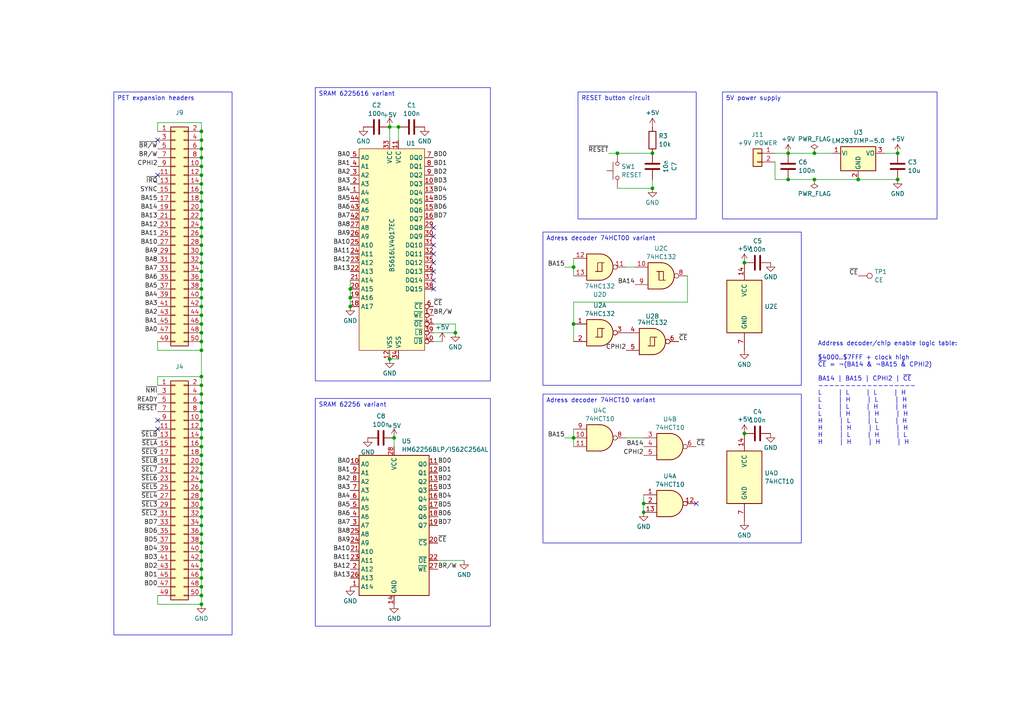
<source format=kicad_sch>
(kicad_sch (version 20230121) (generator eeschema)
  (paper "A4")
  (title_block (title "CBM PET SRAM Expansion") (date "2024-03-06") (rev "3") (company "CCC Basel"))
  (lib_symbols
    (symbol "74xx:74LS10" (pin_names (offset 1.016))
      (property "Reference" "U" (at 0 1.27 0))
      (property "Value" "74LS10" (at 0 -1.27 0))
      (symbol "74LS10_1_1"
        (pin input line (at -7.62 2.54 0) (length 3.81) (name "~") (number "1"))
        (pin output inverted (at 7.62 0 180) (length 3.81) (name "~") (number "12"))
        (pin input line (at -7.62 -2.54 0) (length 3.81) (name "~") (number "13"))
        (pin input line (at -7.62 0 0) (length 3.81) (name "~") (number "2"))
      )
      (symbol "74LS10_1_2"
        (pin input inverted (at -7.62 2.54 0) (length 4.318) (name "~") (number "1"))
        (pin output line (at 7.62 0 180) (length 3.81) (name "~") (number "12"))
        (pin input inverted (at -7.62 -2.54 0) (length 4.318) (name "~") (number "13"))
        (pin input inverted (at -7.62 0 0) (length 4.953) (name "~") (number "2"))
      )
      (symbol "74LS10_2_1"
        (pin input line (at -7.62 2.54 0) (length 3.81) (name "~") (number "3"))
        (pin input line (at -7.62 0 0) (length 3.81) (name "~") (number "4"))
        (pin input line (at -7.62 -2.54 0) (length 3.81) (name "~") (number "5"))
        (pin output inverted (at 7.62 0 180) (length 3.81) (name "~") (number "6"))
      )
      (symbol "74LS10_2_2"
        (pin input inverted (at -7.62 2.54 0) (length 4.318) (name "~") (number "3"))
        (pin input inverted (at -7.62 0 0) (length 4.953) (name "~") (number "4"))
        (pin input inverted (at -7.62 -2.54 0) (length 4.318) (name "~") (number "5"))
        (pin output line (at 7.62 0 180) (length 3.81) (name "~") (number "6"))
      )
      (symbol "74LS10_3_1"
        (pin input line (at -7.62 0 0) (length 3.81) (name "~") (number "10"))
        (pin input line (at -7.62 -2.54 0) (length 3.81) (name "~") (number "11"))
        (pin output inverted (at 7.62 0 180) (length 3.81) (name "~") (number "8"))
        (pin input line (at -7.62 2.54 0) (length 3.81) (name "~") (number "9"))
      )
      (symbol "74LS10_3_2"
        (pin input inverted (at -7.62 0 0) (length 4.953) (name "~") (number "10"))
        (pin input inverted (at -7.62 -2.54 0) (length 4.318) (name "~") (number "11"))
        (pin output line (at 7.62 0 180) (length 3.81) (name "~") (number "8"))
        (pin input inverted (at -7.62 2.54 0) (length 4.318) (name "~") (number "9"))
      )
      (symbol "74LS10_4_0"
        (pin power_in line (at 0 12.7 270) (length 5.08) (name "VCC") (number "14"))
        (pin power_in line (at 0 -12.7 90) (length 5.08) (name "GND") (number "7"))
      )
    )
    (symbol "74xx:74LS132" (pin_names (offset 1.016))
      (property "Reference" "U" (at 0 1.27 0))
      (property "Value" "74LS132" (at 0 -1.27 0))
      (symbol "74LS132_1_1"
        (pin input line (at -7.62 2.54 0) (length 3.81) (name "~") (number "1"))
        (pin input line (at -7.62 -2.54 0) (length 3.81) (name "~") (number "2"))
        (pin output inverted (at 7.62 0 180) (length 3.81) (name "~") (number "3"))
      )
      (symbol "74LS132_1_2"
        (pin input inverted (at -7.62 2.54 0) (length 4.318) (name "~") (number "1"))
        (pin input inverted (at -7.62 -2.54 0) (length 4.318) (name "~") (number "2"))
        (pin output line (at 7.62 0 180) (length 3.81) (name "~") (number "3"))
      )
      (symbol "74LS132_2_1"
        (pin input line (at -7.62 2.54 0) (length 3.81) (name "~") (number "4"))
        (pin input line (at -7.62 -2.54 0) (length 3.81) (name "~") (number "5"))
        (pin output inverted (at 7.62 0 180) (length 3.81) (name "~") (number "6"))
      )
      (symbol "74LS132_2_2"
        (pin input inverted (at -7.62 2.54 0) (length 4.318) (name "~") (number "4"))
        (pin input inverted (at -7.62 -2.54 0) (length 4.318) (name "~") (number "5"))
        (pin output line (at 7.62 0 180) (length 3.81) (name "~") (number "6"))
      )
      (symbol "74LS132_3_1"
        (pin input line (at -7.62 -2.54 0) (length 3.81) (name "~") (number "10"))
        (pin output inverted (at 7.62 0 180) (length 3.81) (name "~") (number "8"))
        (pin input line (at -7.62 2.54 0) (length 3.81) (name "~") (number "9"))
      )
      (symbol "74LS132_3_2"
        (pin input inverted (at -7.62 -2.54 0) (length 4.318) (name "~") (number "10"))
        (pin output line (at 7.62 0 180) (length 3.81) (name "~") (number "8"))
        (pin input inverted (at -7.62 2.54 0) (length 4.318) (name "~") (number "9"))
      )
      (symbol "74LS132_4_1"
        (pin output inverted (at 7.62 0 180) (length 3.81) (name "~") (number "11"))
        (pin input line (at -7.62 2.54 0) (length 3.81) (name "~") (number "12"))
        (pin input line (at -7.62 -2.54 0) (length 3.81) (name "~") (number "13"))
      )
      (symbol "74LS132_4_2"
        (pin output line (at 7.62 0 180) (length 3.81) (name "~") (number "11"))
        (pin input inverted (at -7.62 2.54 0) (length 4.318) (name "~") (number "12"))
        (pin input inverted (at -7.62 -2.54 0) (length 4.318) (name "~") (number "13"))
      )
      (symbol "74LS132_5_0"
        (pin power_in line (at 0 12.7 270) (length 5.08) (name "VCC") (number "14"))
        (pin power_in line (at 0 -12.7 90) (length 5.08) (name "GND") (number "7"))
      )
    )
    (symbol "Connector:TestPoint" (pin_numbers hide) (pin_names (offset 0.762) hide)
      (property "Reference" "TP" (at 0 6.858 0))
      (property "Value" "TestPoint" (at 0 5.08 0))
      (symbol "TestPoint_1_1"
        (pin passive line (at 0 0 90) (length 2.54) (name "1") (number "1"))
      )
    )
    (symbol "Connector_Generic:Conn_01x02" (pin_names (offset 1.016) hide)
      (property "Reference" "J" (at 0 2.54 0))
      (property "Value" "Conn_01x02" (at 0 -5.08 0))
      (symbol "Conn_01x02_1_1"
        (pin passive line (at -5.08 0 0) (length 3.81) (name "Pin_1") (number "1"))
        (pin passive line (at -5.08 -2.54 0) (length 3.81) (name "Pin_2") (number "2"))
      )
    )
    (symbol "Connector_Generic:Conn_02x25_Odd_Even" (pin_names (offset 1.016) hide)
      (property "Reference" "J" (at 1.27 33.02 0))
      (property "Value" "Conn_02x25_Odd_Even" (at 1.27 -33.02 0))
      (symbol "Conn_02x25_Odd_Even_1_1"
        (pin passive line (at -5.08 30.48 0) (length 3.81) (name "Pin_1") (number "1"))
        (pin passive line (at 7.62 20.32 180) (length 3.81) (name "Pin_10") (number "10"))
        (pin passive line (at -5.08 17.78 0) (length 3.81) (name "Pin_11") (number "11"))
        (pin passive line (at 7.62 17.78 180) (length 3.81) (name "Pin_12") (number "12"))
        (pin passive line (at -5.08 15.24 0) (length 3.81) (name "Pin_13") (number "13"))
        (pin passive line (at 7.62 15.24 180) (length 3.81) (name "Pin_14") (number "14"))
        (pin passive line (at -5.08 12.7 0) (length 3.81) (name "Pin_15") (number "15"))
        (pin passive line (at 7.62 12.7 180) (length 3.81) (name "Pin_16") (number "16"))
        (pin passive line (at -5.08 10.16 0) (length 3.81) (name "Pin_17") (number "17"))
        (pin passive line (at 7.62 10.16 180) (length 3.81) (name "Pin_18") (number "18"))
        (pin passive line (at -5.08 7.62 0) (length 3.81) (name "Pin_19") (number "19"))
        (pin passive line (at 7.62 30.48 180) (length 3.81) (name "Pin_2") (number "2"))
        (pin passive line (at 7.62 7.62 180) (length 3.81) (name "Pin_20") (number "20"))
        (pin passive line (at -5.08 5.08 0) (length 3.81) (name "Pin_21") (number "21"))
        (pin passive line (at 7.62 5.08 180) (length 3.81) (name "Pin_22") (number "22"))
        (pin passive line (at -5.08 2.54 0) (length 3.81) (name "Pin_23") (number "23"))
        (pin passive line (at 7.62 2.54 180) (length 3.81) (name "Pin_24") (number "24"))
        (pin passive line (at -5.08 0 0) (length 3.81) (name "Pin_25") (number "25"))
        (pin passive line (at 7.62 0 180) (length 3.81) (name "Pin_26") (number "26"))
        (pin passive line (at -5.08 -2.54 0) (length 3.81) (name "Pin_27") (number "27"))
        (pin passive line (at 7.62 -2.54 180) (length 3.81) (name "Pin_28") (number "28"))
        (pin passive line (at -5.08 -5.08 0) (length 3.81) (name "Pin_29") (number "29"))
        (pin passive line (at -5.08 27.94 0) (length 3.81) (name "Pin_3") (number "3"))
        (pin passive line (at 7.62 -5.08 180) (length 3.81) (name "Pin_30") (number "30"))
        (pin passive line (at -5.08 -7.62 0) (length 3.81) (name "Pin_31") (number "31"))
        (pin passive line (at 7.62 -7.62 180) (length 3.81) (name "Pin_32") (number "32"))
        (pin passive line (at -5.08 -10.16 0) (length 3.81) (name "Pin_33") (number "33"))
        (pin passive line (at 7.62 -10.16 180) (length 3.81) (name "Pin_34") (number "34"))
        (pin passive line (at -5.08 -12.7 0) (length 3.81) (name "Pin_35") (number "35"))
        (pin passive line (at 7.62 -12.7 180) (length 3.81) (name "Pin_36") (number "36"))
        (pin passive line (at -5.08 -15.24 0) (length 3.81) (name "Pin_37") (number "37"))
        (pin passive line (at 7.62 -15.24 180) (length 3.81) (name "Pin_38") (number "38"))
        (pin passive line (at -5.08 -17.78 0) (length 3.81) (name "Pin_39") (number "39"))
        (pin passive line (at 7.62 27.94 180) (length 3.81) (name "Pin_4") (number "4"))
        (pin passive line (at 7.62 -17.78 180) (length 3.81) (name "Pin_40") (number "40"))
        (pin passive line (at -5.08 -20.32 0) (length 3.81) (name "Pin_41") (number "41"))
        (pin passive line (at 7.62 -20.32 180) (length 3.81) (name "Pin_42") (number "42"))
        (pin passive line (at -5.08 -22.86 0) (length 3.81) (name "Pin_43") (number "43"))
        (pin passive line (at 7.62 -22.86 180) (length 3.81) (name "Pin_44") (number "44"))
        (pin passive line (at -5.08 -25.4 0) (length 3.81) (name "Pin_45") (number "45"))
        (pin passive line (at 7.62 -25.4 180) (length 3.81) (name "Pin_46") (number "46"))
        (pin passive line (at -5.08 -27.94 0) (length 3.81) (name "Pin_47") (number "47"))
        (pin passive line (at 7.62 -27.94 180) (length 3.81) (name "Pin_48") (number "48"))
        (pin passive line (at -5.08 -30.48 0) (length 3.81) (name "Pin_49") (number "49"))
        (pin passive line (at -5.08 25.4 0) (length 3.81) (name "Pin_5") (number "5"))
        (pin passive line (at 7.62 -30.48 180) (length 3.81) (name "Pin_50") (number "50"))
        (pin passive line (at 7.62 25.4 180) (length 3.81) (name "Pin_6") (number "6"))
        (pin passive line (at -5.08 22.86 0) (length 3.81) (name "Pin_7") (number "7"))
        (pin passive line (at 7.62 22.86 180) (length 3.81) (name "Pin_8") (number "8"))
        (pin passive line (at -5.08 20.32 0) (length 3.81) (name "Pin_9") (number "9"))
      )
    )
    (symbol "Device:C" (pin_numbers hide) (pin_names (offset 0.254))
      (property "Reference" "C" (at 0.635 2.54 0))
      (property "Value" "C" (at 0.635 -2.54 0))
      (symbol "C_1_1"
        (pin passive line (at 0 3.81 270) (length 2.794) (name "~") (number "1"))
        (pin passive line (at 0 -3.81 90) (length 2.794) (name "~") (number "2"))
      )
    )
    (symbol "Device:R" (pin_numbers hide) (pin_names (offset 0))
      (property "Reference" "R" (at 2.032 0 90))
      (property "Value" "R" (at 0 0 90))
      (symbol "R_1_1"
        (pin passive line (at 0 3.81 270) (length 1.27) (name "~") (number "1"))
        (pin passive line (at 0 -3.81 90) (length 1.27) (name "~") (number "2"))
      )
    )
    (symbol "Memory_RAM:HM62256BLP"
      (property "Reference" "U" (at -10.16 20.955 0))
      (property "Value" "HM62256BLP" (at 2.54 20.955 0))
      (symbol "HM62256BLP_0_0"
        (pin power_in line (at 0 -22.86 90) (length 2.54) (name "GND") (number "14"))
        (pin power_in line (at 0 22.86 270) (length 2.54) (name "VCC") (number "28"))
      )
      (symbol "HM62256BLP_1_1"
        (pin input line (at -12.7 -17.78 0) (length 2.54) (name "A14") (number "1"))
        (pin input line (at -12.7 17.78 0) (length 2.54) (name "A0") (number "10"))
        (pin tri_state line (at 12.7 17.78 180) (length 2.54) (name "Q0") (number "11"))
        (pin tri_state line (at 12.7 15.24 180) (length 2.54) (name "Q1") (number "12"))
        (pin tri_state line (at 12.7 12.7 180) (length 2.54) (name "Q2") (number "13"))
        (pin tri_state line (at 12.7 10.16 180) (length 2.54) (name "Q3") (number "15"))
        (pin tri_state line (at 12.7 7.62 180) (length 2.54) (name "Q4") (number "16"))
        (pin tri_state line (at 12.7 5.08 180) (length 2.54) (name "Q5") (number "17"))
        (pin tri_state line (at 12.7 2.54 180) (length 2.54) (name "Q6") (number "18"))
        (pin tri_state line (at 12.7 0 180) (length 2.54) (name "Q7") (number "19"))
        (pin input line (at -12.7 -12.7 0) (length 2.54) (name "A12") (number "2"))
        (pin input line (at 12.7 -5.08 180) (length 2.54) (name "~{CS}") (number "20"))
        (pin input line (at -12.7 -7.62 0) (length 2.54) (name "A10") (number "21"))
        (pin input line (at 12.7 -10.16 180) (length 2.54) (name "~{OE}") (number "22"))
        (pin input line (at -12.7 -10.16 0) (length 2.54) (name "A11") (number "23"))
        (pin input line (at -12.7 -5.08 0) (length 2.54) (name "A9") (number "24"))
        (pin input line (at -12.7 -2.54 0) (length 2.54) (name "A8") (number "25"))
        (pin input line (at -12.7 -15.24 0) (length 2.54) (name "A13") (number "26"))
        (pin input line (at 12.7 -12.7 180) (length 2.54) (name "~{WE}") (number "27"))
        (pin input line (at -12.7 0 0) (length 2.54) (name "A7") (number "3"))
        (pin input line (at -12.7 2.54 0) (length 2.54) (name "A6") (number "4"))
        (pin input line (at -12.7 5.08 0) (length 2.54) (name "A5") (number "5"))
        (pin input line (at -12.7 7.62 0) (length 2.54) (name "A4") (number "6"))
        (pin input line (at -12.7 10.16 0) (length 2.54) (name "A3") (number "7"))
        (pin input line (at -12.7 12.7 0) (length 2.54) (name "A2") (number "8"))
        (pin input line (at -12.7 15.24 0) (length 2.54) (name "A1") (number "9"))
      )
    )
    (symbol "Regulator_Linear:LM2937xMP" (pin_names (offset 0.254))
      (property "Reference" "U" (at -3.81 3.175 0))
      (property "Value" "LM2937xMP" (at 0 3.175 0))
      (symbol "LM2937xMP_1_1"
        (pin power_in line (at -7.62 0 0) (length 2.54) (name "VI") (number "1"))
        (pin power_in line (at 0 -7.62 90) (length 2.54) (name "GND") (number "2"))
        (pin power_out line (at 7.62 0 180) (length 2.54) (name "VO") (number "3"))
      )
    )
    (symbol "Switch:SW_Push" (pin_numbers hide) (pin_names (offset 1.016) hide)
      (property "Reference" "SW" (at 1.27 2.54 0))
      (property "Value" "SW_Push" (at 0 -1.524 0))
      (symbol "SW_Push_0_1"
        (pin passive line (at -5.08 0 0) (length 2.54) (name "1") (number "1"))
        (pin passive line (at 5.08 0 180) (length 2.54) (name "2") (number "2"))
      )
    )
    (symbol "oni:BS616LV4017EC"
      (property "Reference" "U" (at 5.08 -30.48 0))
      (property "Value" "BS616LV4017EC" (at 0 0 90))
      (symbol "BS616LV4017EC_1_1"
        (pin input line (at -12.7 16.51 0) (length 2.54) (name "A4") (number "1"))
        (pin tri_state line (at 11.43 19.05 180) (length 2.54) (name "DQ3") (number "10"))
        (pin power_in line (at 1.27 31.75 270) (length 2.54) (name "VCC") (number "11"))
        (pin power_in line (at -1.27 -31.75 90) (length 2.54) (name "VSS") (number "12"))
        (pin tri_state line (at 11.43 16.51 180) (length 2.54) (name "DQ4") (number "13"))
        (pin tri_state line (at 11.43 13.97 180) (length 2.54) (name "DQ5") (number "14"))
        (pin tri_state line (at 11.43 11.43 180) (length 2.54) (name "DQ6") (number "15"))
        (pin tri_state line (at 11.43 8.89 180) (length 2.54) (name "DQ7") (number "16"))
        (pin input inverted (at 11.43 -19.05 180) (length 2.54) (name "~{WE}") (number "17"))
        (pin input line (at -12.7 -16.51 0) (length 2.54) (name "A17") (number "18"))
        (pin input line (at -12.7 -13.97 0) (length 2.54) (name "A16") (number "19"))
        (pin input line (at -12.7 19.05 0) (length 2.54) (name "A3") (number "2"))
        (pin input line (at -12.7 -11.43 0) (length 2.54) (name "A15") (number "20"))
        (pin input line (at -12.7 -8.89 0) (length 2.54) (name "A14") (number "21"))
        (pin input line (at -12.7 -6.35 0) (length 2.54) (name "A13") (number "22"))
        (pin input line (at -12.7 -3.81 0) (length 2.54) (name "A12") (number "23"))
        (pin input line (at -12.7 -1.27 0) (length 2.54) (name "A11") (number "24"))
        (pin input line (at -12.7 1.27 0) (length 2.54) (name "A10") (number "25"))
        (pin input line (at -12.7 3.81 0) (length 2.54) (name "A9") (number "26"))
        (pin input line (at -12.7 6.35 0) (length 2.54) (name "A8") (number "27"))
        (pin no_connect line (at -12.7 -26.67 0) (length 2.54) hide (name "NC") (number "28"))
        (pin tri_state line (at 11.43 6.35 180) (length 2.54) (name "DQ8") (number "29"))
        (pin input line (at -12.7 21.59 0) (length 2.54) (name "A2") (number "3"))
        (pin tri_state line (at 11.43 3.81 180) (length 2.54) (name "DQ9") (number "30"))
        (pin tri_state line (at 11.43 1.27 180) (length 2.54) (name "DQ10") (number "31"))
        (pin tri_state line (at 11.43 -1.27 180) (length 2.54) (name "DQ11") (number "32"))
        (pin power_in line (at -1.27 31.75 270) (length 2.54) (name "VCC") (number "33"))
        (pin power_in line (at 1.27 -31.75 90) (length 2.54) (name "VSS") (number "34"))
        (pin tri_state line (at 11.43 -3.81 180) (length 2.54) (name "DQ12") (number "35"))
        (pin tri_state line (at 11.43 -6.35 180) (length 2.54) (name "DQ13") (number "36"))
        (pin tri_state line (at 11.43 -8.89 180) (length 2.54) (name "DQ14") (number "37"))
        (pin tri_state line (at 11.43 -11.43 180) (length 2.54) (name "DQ15") (number "38"))
        (pin input inverted (at 11.43 -24.13 180) (length 2.54) (name "~{LB}") (number "39"))
        (pin input line (at -12.7 24.13 0) (length 2.54) (name "A1") (number "4"))
        (pin input inverted (at 11.43 -26.67 180) (length 2.54) (name "~{UB}") (number "40"))
        (pin input inverted (at 11.43 -21.59 180) (length 2.54) (name "~{OE}") (number "41"))
        (pin input line (at -12.7 8.89 0) (length 2.54) (name "A7") (number "42"))
        (pin input line (at -12.7 11.43 0) (length 2.54) (name "A6") (number "43"))
        (pin input line (at -12.7 13.97 0) (length 2.54) (name "A5") (number "44"))
        (pin input line (at -12.7 26.67 0) (length 2.54) (name "A0") (number "5"))
        (pin input inverted (at 11.43 -16.51 180) (length 2.54) (name "~{CE}") (number "6"))
        (pin tri_state line (at 11.43 26.67 180) (length 2.54) (name "DQ0") (number "7"))
        (pin tri_state line (at 11.43 24.13 180) (length 2.54) (name "DQ1") (number "8"))
        (pin tri_state line (at 11.43 21.59 180) (length 2.54) (name "DQ2") (number "9"))
      )
    )
    (symbol "power:+5V" (power) (pin_names (offset 0))
      (property "Value" "+5V" (at 0 3.556 0))
      (symbol "+5V_1_1"
        (pin power_in line (at 0 0 90) (length 0) hide (name "+5V") (number "1"))
      )
    )
    (symbol "power:+9V" (power) (pin_names (offset 0))
      (property "Value" "+9V" (at 0 3.556 0))
      (symbol "+9V_1_1"
        (pin power_in line (at 0 0 90) (length 0) hide (name "+9V") (number "1"))
      )
    )
    (symbol "power:GND" (power) (pin_names (offset 0))
      (property "Value" "GND" (at 0 -3.81 0))
      (symbol "GND_1_1"
        (pin power_in line (at 0 0 270) (length 0) hide (name "GND") (number "1"))
      )
    )
    (symbol "power:PWR_FLAG" (power) (pin_numbers hide) (pin_names (offset 0) hide)
      (property "Value" "PWR_FLAG" (at 0 3.81 0))
      (symbol "PWR_FLAG_0_0"
        (pin power_out line (at 0 0 90) (length 0) (name "pwr") (number "1"))
      )
    )
  )
  (junction (at 58.42 175.26))
  (junction (at 58.42 63.5))
  (junction (at 58.42 81.28))
  (junction (at 236.22 52.07))
  (junction (at 58.42 88.9))
  (junction (at 58.42 134.62))
  (junction (at 58.42 66.04))
  (junction (at 58.42 157.48))
  (junction (at 58.42 53.34))
  (junction (at 189.23 44.45))
  (junction (at 58.42 40.64))
  (junction (at 58.42 91.44))
  (junction (at 58.42 60.96))
  (junction (at 260.35 52.07))
  (junction (at 186.69 146.05))
  (junction (at 58.42 170.18))
  (junction (at 113.03 104.14))
  (junction (at 58.42 132.08))
  (junction (at 166.37 127))
  (junction (at 101.6 83.82))
  (junction (at 58.42 43.18))
  (junction (at 58.42 96.52))
  (junction (at 101.6 88.9))
  (junction (at 114.3 127))
  (junction (at 166.37 93.98))
  (junction (at 58.42 55.88))
  (junction (at 179.07 44.45))
  (junction (at 58.42 114.3))
  (junction (at 58.42 149.86))
  (junction (at 58.42 71.12))
  (junction (at 58.42 83.82))
  (junction (at 248.92 52.07))
  (junction (at 58.42 121.92))
  (junction (at 132.08 96.52))
  (junction (at 228.6 52.07))
  (junction (at 58.42 101.6))
  (junction (at 58.42 111.76))
  (junction (at 58.42 48.26))
  (junction (at 113.03 36.83))
  (junction (at 58.42 142.24))
  (junction (at 58.42 93.98))
  (junction (at 58.42 68.58))
  (junction (at 260.35 44.45))
  (junction (at 58.42 38.1))
  (junction (at 186.69 148.59))
  (junction (at 115.57 36.83))
  (junction (at 58.42 147.32))
  (junction (at 58.42 167.64))
  (junction (at 166.37 77.47))
  (junction (at 58.42 109.22))
  (junction (at 58.42 172.72))
  (junction (at 58.42 137.16))
  (junction (at 228.6 44.45))
  (junction (at 236.22 44.45))
  (junction (at 58.42 78.74))
  (junction (at 58.42 50.8))
  (junction (at 58.42 144.78))
  (junction (at 58.42 58.42))
  (junction (at 215.9 76.2))
  (junction (at 58.42 129.54))
  (junction (at 58.42 154.94))
  (junction (at 215.9 125.73))
  (junction (at 58.42 124.46))
  (junction (at 58.42 86.36))
  (junction (at 58.42 76.2))
  (junction (at 58.42 99.06))
  (junction (at 189.23 54.61))
  (junction (at 58.42 45.72))
  (junction (at 58.42 152.4))
  (junction (at 58.42 165.1))
  (junction (at 101.6 86.36))
  (junction (at 58.42 73.66))
  (junction (at 58.42 160.02))
  (junction (at 58.42 162.56))
  (junction (at 58.42 119.38))
  (junction (at 58.42 116.84))
  (junction (at 58.42 127))
  (junction (at 58.42 139.7))
  (no_connect (at 125.73 81.28))
  (no_connect (at 125.73 76.2))
  (no_connect (at 125.73 71.12))
  (no_connect (at 45.72 121.92))
  (no_connect (at 45.72 40.64))
  (no_connect (at 125.73 83.82))
  (no_connect (at 45.72 124.46))
  (no_connect (at 45.72 50.8))
  (no_connect (at 125.73 68.58))
  (no_connect (at 125.73 66.04))
  (no_connect (at 201.93 146.05))
  (no_connect (at 125.73 73.66))
  (no_connect (at 125.73 78.74))
  (wire (pts (xy 58.42 93.98) (xy 58.42 96.52)))
  (wire (pts (xy 125.73 96.52) (xy 132.08 96.52)))
  (wire (pts (xy 58.42 101.6) (xy 45.72 101.6)))
  (wire (pts (xy 199.39 87.63) (xy 199.39 80.01)))
  (wire (pts (xy 166.37 87.63) (xy 199.39 87.63)))
  (wire (pts (xy 114.3 127) (xy 114.3 129.54)))
  (wire (pts (xy 58.42 162.56) (xy 58.42 165.1)))
  (wire (pts (xy 181.61 127) (xy 186.69 127)))
  (wire (pts (xy 58.42 144.78) (xy 58.42 147.32)))
  (wire (pts (xy 58.42 175.26) (xy 45.72 175.26)))
  (wire (pts (xy 58.42 124.46) (xy 58.42 127)))
  (wire (pts (xy 58.42 86.36) (xy 58.42 88.9)))
  (wire (pts (xy 58.42 109.22) (xy 45.72 109.22)))
  (wire (pts (xy 58.42 129.54) (xy 58.42 132.08)))
  (wire (pts (xy 58.42 137.16) (xy 58.42 139.7)))
  (wire (pts (xy 228.6 52.07) (xy 236.22 52.07)))
  (wire (pts (xy 58.42 35.56) (xy 45.72 35.56)))
  (wire (pts (xy 58.42 172.72) (xy 58.42 175.26)))
  (wire (pts (xy 166.37 127) (xy 166.37 124.46)))
  (wire (pts (xy 101.6 86.36) (xy 101.6 88.9)))
  (wire (pts (xy 58.42 81.28) (xy 58.42 83.82)))
  (wire (pts (xy 58.42 71.12) (xy 58.42 73.66)))
  (wire (pts (xy 58.42 154.94) (xy 58.42 157.48)))
  (wire (pts (xy 163.83 77.47) (xy 166.37 77.47)))
  (wire (pts (xy 186.69 146.05) (xy 186.69 148.59)))
  (wire (pts (xy 58.42 134.62) (xy 58.42 137.16)))
  (wire (pts (xy 132.08 93.98) (xy 132.08 96.52)))
  (wire (pts (xy 224.79 44.45) (xy 228.6 44.45)))
  (wire (pts (xy 58.42 73.66) (xy 58.42 76.2)))
  (wire (pts (xy 101.6 81.28) (xy 101.6 83.82)))
  (wire (pts (xy 58.42 78.74) (xy 58.42 81.28)))
  (wire (pts (xy 58.42 149.86) (xy 58.42 152.4)))
  (wire (pts (xy 58.42 83.82) (xy 58.42 86.36)))
  (wire (pts (xy 58.42 45.72) (xy 58.42 48.26)))
  (wire (pts (xy 58.42 142.24) (xy 58.42 144.78)))
  (wire (pts (xy 224.79 52.07) (xy 228.6 52.07)))
  (wire (pts (xy 179.07 44.45) (xy 189.23 44.45)))
  (wire (pts (xy 176.53 44.45) (xy 179.07 44.45)))
  (wire (pts (xy 163.83 127) (xy 166.37 127)))
  (wire (pts (xy 101.6 83.82) (xy 101.6 86.36)))
  (wire (pts (xy 58.42 147.32) (xy 58.42 149.86)))
  (wire (pts (xy 58.42 116.84) (xy 58.42 119.38)))
  (wire (pts (xy 45.72 35.56) (xy 45.72 38.1)))
  (wire (pts (xy 58.42 111.76) (xy 58.42 109.22)))
  (wire (pts (xy 181.61 77.47) (xy 184.15 77.47)))
  (wire (pts (xy 58.42 88.9) (xy 58.42 91.44)))
  (wire (pts (xy 45.72 101.6) (xy 45.72 99.06)))
  (wire (pts (xy 58.42 139.7) (xy 58.42 142.24)))
  (wire (pts (xy 166.37 77.47) (xy 166.37 80.01)))
  (wire (pts (xy 58.42 99.06) (xy 58.42 101.6)))
  (wire (pts (xy 127 162.56) (xy 134.62 162.56)))
  (wire (pts (xy 45.72 175.26) (xy 45.72 172.72)))
  (wire (pts (xy 228.6 44.45) (xy 236.22 44.45)))
  (wire (pts (xy 58.42 170.18) (xy 58.42 172.72)))
  (wire (pts (xy 113.03 36.83) (xy 113.03 40.64)))
  (wire (pts (xy 58.42 121.92) (xy 58.42 124.46)))
  (wire (pts (xy 125.73 99.06) (xy 128.27 99.06)))
  (wire (pts (xy 58.42 152.4) (xy 58.42 154.94)))
  (wire (pts (xy 125.73 93.98) (xy 132.08 93.98)))
  (wire (pts (xy 58.42 91.44) (xy 58.42 93.98)))
  (wire (pts (xy 58.42 38.1) (xy 58.42 40.64)))
  (wire (pts (xy 113.03 104.14) (xy 115.57 104.14)))
  (wire (pts (xy 186.69 143.51) (xy 186.69 146.05)))
  (wire (pts (xy 166.37 93.98) (xy 166.37 87.63)))
  (wire (pts (xy 256.54 44.45) (xy 260.35 44.45)))
  (wire (pts (xy 166.37 77.47) (xy 166.37 74.93)))
  (wire (pts (xy 58.42 96.52) (xy 58.42 99.06)))
  (wire (pts (xy 58.42 167.64) (xy 58.42 170.18)))
  (wire (pts (xy 236.22 52.07) (xy 248.92 52.07)))
  (wire (pts (xy 58.42 50.8) (xy 58.42 53.34)))
  (wire (pts (xy 189.23 52.07) (xy 189.23 54.61)))
  (wire (pts (xy 58.42 157.48) (xy 58.42 160.02)))
  (wire (pts (xy 58.42 58.42) (xy 58.42 60.96)))
  (wire (pts (xy 58.42 60.96) (xy 58.42 63.5)))
  (wire (pts (xy 113.03 36.83) (xy 115.57 36.83)))
  (wire (pts (xy 58.42 68.58) (xy 58.42 71.12)))
  (wire (pts (xy 58.42 63.5) (xy 58.42 66.04)))
  (wire (pts (xy 58.42 165.1) (xy 58.42 167.64)))
  (wire (pts (xy 179.07 54.61) (xy 189.23 54.61)))
  (wire (pts (xy 248.92 52.07) (xy 260.35 52.07)))
  (wire (pts (xy 58.42 111.76) (xy 58.42 114.3)))
  (wire (pts (xy 166.37 93.98) (xy 166.37 99.06)))
  (wire (pts (xy 115.57 36.83) (xy 115.57 40.64)))
  (wire (pts (xy 58.42 55.88) (xy 58.42 58.42)))
  (wire (pts (xy 58.42 101.6) (xy 58.42 109.22)))
  (wire (pts (xy 58.42 114.3) (xy 58.42 116.84)))
  (wire (pts (xy 58.42 132.08) (xy 58.42 134.62)))
  (wire (pts (xy 58.42 66.04) (xy 58.42 68.58)))
  (wire (pts (xy 58.42 119.38) (xy 58.42 121.92)))
  (wire (pts (xy 58.42 38.1) (xy 58.42 35.56)))
  (wire (pts (xy 58.42 53.34) (xy 58.42 55.88)))
  (wire (pts (xy 58.42 76.2) (xy 58.42 78.74)))
  (wire (pts (xy 58.42 160.02) (xy 58.42 162.56)))
  (wire (pts (xy 58.42 48.26) (xy 58.42 50.8)))
  (wire (pts (xy 45.72 109.22) (xy 45.72 111.76)))
  (wire (pts (xy 58.42 40.64) (xy 58.42 43.18)))
  (wire (pts (xy 236.22 44.45) (xy 241.3 44.45)))
  (wire (pts (xy 224.79 52.07) (xy 224.79 46.99)))
  (wire (pts (xy 58.42 43.18) (xy 58.42 45.72)))
  (wire (pts (xy 166.37 127) (xy 166.37 129.54)))
  (wire (pts (xy 58.42 127) (xy 58.42 129.54)))
  (text_box "RESET button circuit" (at 167.64 26.67 0) (size 34.29 36.83) (effects (font (size 1.27 1.27)) (justify left top)))
  (text_box "5V power supply" (at 209.55 26.67 0) (size 62.23 36.83) (effects (font (size 1.27 1.27)) (justify left top)))
  (text_box "Address decoder/chip enable logic table:\n\n$4000..$7FFF + clock high\n~{CE} = ¬(BA14 & ¬BA15 & CPHI2)\n\nBA14 | BA15 | CPHI2 | ~{CE}\n------------------\nL     | L     | L     | H\nL     | H     | L     | H\nL     | L     | H     | H\nL     | H     | H     | H\nH     | L     | L     | H\nH     | H     | L     | H\nH     | L     | H     | L\nH     | H     | H     | H" (at 236.22 97.79 0) (size 43.18 33.02) (stroke (width -0.0001)) (effects (font (size 1.27 1.27)) (justify left top)))
  (text_box "PET expansion headers" (at 33.02 26.67 0) (size 34.29 157.48) (effects (font (size 1.27 1.27)) (justify left top)))
  (text_box "Adress decoder 74HCT10 variant" (at 157.48 114.3 0) (size 74.93 43.18) (effects (font (size 1.27 1.27)) (justify left top)))
  (text_box "SRAM 62256 variant" (at 91.44 115.57 0) (size 50.8 66.04) (effects (font (size 1.27 1.27)) (justify left top)))
  (text_box "SRAM 6225616 variant" (at 91.44 25.4 0) (size 50.8 85.09) (effects (font (size 1.27 1.27)) (justify left top)))
  (text_box "Adress decoder 74HCT00 variant" (at 157.48 67.31 0) (size 74.93 44.45) (effects (font (size 1.27 1.27)) (justify left top)))
  (label "BA10" (at 101.6 71.12 180))
  (label "~{SEL4}" (at 45.72 144.78 180))
  (label "BA3" (at 101.6 53.34 180))
  (label "BA15" (at 163.83 127 180))
  (label "BA10" (at 45.72 71.12 180))
  (label "~{RESET}" (at 176.53 44.45 180))
  (label "BA3" (at 45.72 88.9 180))
  (label "BD7" (at 127 152.4 0))
  (label "BD5" (at 125.73 58.42 0))
  (label "~{RESET}" (at 45.72 119.38 180))
  (label "BA9" (at 45.72 73.66 180))
  (label "BA12" (at 101.6 76.2 180))
  (label "~{CE}" (at 127 157.48 0))
  (label "BA14" (at 186.69 129.54 180))
  (label "BD7" (at 45.72 152.4 180))
  (label "BA8" (at 45.72 76.2 180))
  (label "~{IRQ}" (at 45.72 53.34 180))
  (label "BA13" (at 101.6 78.74 180))
  (label "BA0" (at 45.72 96.52 180))
  (label "BD6" (at 125.73 60.96 0))
  (label "CPHI2" (at 186.69 132.08 180))
  (label "BA12" (at 45.72 66.04 180))
  (label "BD0" (at 45.72 170.18 180))
  (label "SYNC" (at 45.72 55.88 180))
  (label "BD3" (at 127 142.24 0))
  (label "BA13" (at 45.72 63.5 180))
  (label "BA2" (at 101.6 139.7 180))
  (label "BA9" (at 101.6 157.48 180))
  (label "BA15" (at 163.83 77.47 180))
  (label "BA11" (at 101.6 162.56 180))
  (label "BR{slash}W" (at 45.72 45.72 180))
  (label "BD1" (at 125.73 48.26 0))
  (label "BA11" (at 45.72 68.58 180))
  (label "BA3" (at 101.6 142.24 180))
  (label "BA15" (at 45.72 58.42 180))
  (label "BA5" (at 101.6 58.42 180))
  (label "BA6" (at 45.72 81.28 180))
  (label "BA12" (at 101.6 165.1 180))
  (label "BA8" (at 101.6 154.94 180))
  (label "~{SEL9}" (at 45.72 132.08 180))
  (label "BA4" (at 101.6 55.88 180))
  (label "~{CE}" (at 125.73 88.9 0))
  (label "~{SELB}" (at 45.72 127 180))
  (label "BD4" (at 127 144.78 0))
  (label "BD3" (at 125.73 53.34 0))
  (label "BA6" (at 101.6 60.96 180))
  (label "BD2" (at 127 139.7 0))
  (label "~{SEL3}" (at 45.72 147.32 180))
  (label "BA4" (at 45.72 86.36 180))
  (label "BD5" (at 127 147.32 0))
  (label "~{BR{slash}W}" (at 45.72 43.18 180))
  (label "~{SEL8}" (at 45.72 134.62 180))
  (label "BD6" (at 45.72 154.94 180))
  (label "BR{slash}W" (at 127 165.1 0))
  (label "BD2" (at 45.72 165.1 180))
  (label "BD1" (at 127 137.16 0))
  (label "CPHI2" (at 45.72 48.26 180))
  (label "~{CE}" (at 201.93 129.54 0))
  (label "BA10" (at 101.6 160.02 180))
  (label "BD4" (at 125.73 55.88 0))
  (label "BR{slash}W" (at 125.73 91.44 0))
  (label "~{NMI}" (at 45.72 114.3 180))
  (label "BD3" (at 45.72 162.56 180))
  (label "BA11" (at 101.6 73.66 180))
  (label "BA14" (at 45.72 60.96 180))
  (label "BA1" (at 101.6 137.16 180))
  (label "READY" (at 45.72 116.84 180))
  (label "~{SEL2}" (at 45.72 149.86 180))
  (label "~{CE}" (at 248.92 80.01 180))
  (label "BA7" (at 101.6 152.4 180))
  (label "BA9" (at 101.6 68.58 180))
  (label "BA2" (at 45.72 91.44 180))
  (label "CPHI2" (at 181.61 101.6 180))
  (label "BD7" (at 125.73 63.5 0))
  (label "BA7" (at 101.6 63.5 180))
  (label "BA5" (at 45.72 83.82 180))
  (label "BD5" (at 45.72 157.48 180))
  (label "BA0" (at 101.6 45.72 180))
  (label "BD4" (at 45.72 160.02 180))
  (label "BA4" (at 101.6 144.78 180))
  (label "BA6" (at 101.6 149.86 180))
  (label "BA14" (at 184.15 82.55 180))
  (label "BA0" (at 101.6 134.62 180))
  (label "~{SEL7}" (at 45.72 137.16 180))
  (label "BA1" (at 45.72 93.98 180))
  (label "BD0" (at 127 134.62 0))
  (label "BA5" (at 101.6 147.32 180))
  (label "BA13" (at 101.6 167.64 180))
  (label "~{SEL5}" (at 45.72 142.24 180))
  (label "~{SEL6}" (at 45.72 139.7 180))
  (label "BA1" (at 101.6 48.26 180))
  (label "BD1" (at 45.72 167.64 180))
  (label "BA2" (at 101.6 50.8 180))
  (label "BA7" (at 45.72 78.74 180))
  (label "BD0" (at 125.73 45.72 0))
  (label "BA8" (at 101.6 66.04 180))
  (label "~{SELA}" (at 45.72 129.54 180))
  (label "BD6" (at 127 149.86 0))
  (label "BD2" (at 125.73 50.8 0))
  (label "~{CE}" (at 196.85 99.06 0))
  (symbol (lib_id "74xx:74LS10") (at 215.9 138.43 0) (unit 4)
    (property "Reference" "U4" (at 221.742 137.2179 0) (effects (justify left)))
    (property "Value" "74HCT10" (at 221.742 139.6421 0) (effects (justify left)))
    (property "Footprint" "Package_SO:SOIC-14_3.9x8.7mm_P1.27mm" (effects hide))
    (property "Datasheet" "http://www.ti.com/lit/gpn/sn74LS10" (effects hide))
  )
  (symbol (lib_id "power:GND") (at 215.9 101.6 0) (unit 1)
    (property "Reference" "#PWR016" (effects hide))
    (property "Value" "GND" (at 215.9 105.7331 0))
  )
  (symbol (lib_id "power:GND") (at 189.23 54.61 0) (unit 1)
    (property "Reference" "#PWR021" (effects hide))
    (property "Value" "GND" (at 189.23 58.7431 0))
  )
  (symbol (lib_id "74xx:74LS132") (at 173.99 77.47 0) (unit 4)
    (property "Reference" "U2" (at 173.9817 85.4243 0))
    (property "Value" "74HC132" (at 173.9817 83.0001 0))
    (property "Footprint" "Package_SO:SOIC-14_3.9x8.7mm_P1.27mm" (effects hide))
    (property "Datasheet" "http://www.ti.com/lit/gpn/sn74LS132" (effects hide))
  )
  (symbol (lib_id "Connector_Generic:Conn_01x02") (at 219.71 44.45 0) (mirror y) (unit 1)
    (property "Reference" "J11" (at 219.71 39.0357 0))
    (property "Value" "+9V POWER" (at 219.71 41.4599 0))
    (property "Footprint" "Connector_PinHeader_2.54mm:PinHeader_1x02_P2.54mm_Horizontal" (effects hide))
  )
  (symbol (lib_id "power:GND") (at 101.6 170.18 0) (unit 1)
    (property "Reference" "#PWR012" (effects hide))
    (property "Value" "GND" (at 101.6 174.3131 0))
  )
  (symbol (lib_id "power:GND") (at 58.42 175.26 0) (unit 1)
    (property "Reference" "#PWR07" (effects hide))
    (property "Value" "GND" (at 58.42 179.3931 0))
  )
  (symbol (lib_id "Device:C") (at 219.71 76.2 90) (unit 1)
    (property "Reference" "C5" (at 219.71 69.8967 90))
    (property "Value" "100n" (at 219.71 72.3209 90))
    (property "Footprint" "Capacitor_SMD:C_0805_2012Metric" (effects hide))
  )
  (symbol (lib_id "power:GND") (at 114.3 175.26 0) (unit 1)
    (property "Reference" "#PWR09" (effects hide))
    (property "Value" "GND" (at 114.3 179.3931 0))
  )
  (symbol (lib_id "power:+5V") (at 113.03 36.83 0) (unit 1)
    (property "Reference" "#PWR04" (effects hide))
    (property "Value" "+5V" (at 113.03 33.3319 0))
  )
  (symbol (lib_id "Device:C") (at 189.23 48.26 0) (unit 1)
    (property "Reference" "C7" (at 195.5333 48.26 90))
    (property "Value" "10n" (at 193.1091 48.26 90))
    (property "Footprint" "Capacitor_SMD:C_0805_2012Metric" (effects hide))
  )
  (symbol (lib_id "74xx:74LS10") (at 194.31 146.05 0) (unit 1)
    (property "Reference" "U4" (at 194.3017 138.0957 0))
    (property "Value" "74HCT10" (at 194.3017 140.5199 0))
    (property "Footprint" "Package_SO:SOIC-14_3.9x8.7mm_P1.27mm" (effects hide))
    (property "Datasheet" "http://www.ti.com/lit/gpn/sn74LS10" (effects hide))
  )
  (symbol (lib_id "Connector:TestPoint") (at 248.92 80.01 270) (unit 1)
    (property "Reference" "TP1" (at 253.619 78.7979 90) (effects (justify left)))
    (property "Value" "CE" (at 253.619 81.2221 90) (effects (justify left)))
    (property "Footprint" "TestPoint:TestPoint_Pad_D1.0mm" (effects hide))
  )
  (symbol (lib_id "power:GND") (at 105.41 36.83 0) (unit 1)
    (property "Reference" "#PWR06" (effects hide))
    (property "Value" "GND" (at 105.41 40.9631 0))
  )
  (symbol (lib_id "power:GND") (at 132.08 96.52 0) (unit 1)
    (property "Reference" "#PWR013" (effects hide))
    (property "Value" "GND" (at 132.08 100.6531 0))
  )
  (symbol (lib_id "Connector_Generic:Conn_02x25_Odd_Even") (at 50.8 68.58 0) (unit 1)
    (property "Reference" "J9" (at 52.07 32.6857 0))
    (property "Value" "J9" (effects hide))
    (property "Footprint" "Connector_PinSocket_2.54mm:PinSocket_2x25_P2.54mm_Vertical" (effects hide))
  )
  (symbol (lib_id "Device:C") (at 228.6 48.26 180) (unit 1)
    (property "Reference" "C6" (at 231.521 47.0479 0) (effects (justify right)))
    (property "Value" "100n" (at 231.521 49.4721 0) (effects (justify right)))
    (property "Footprint" "Capacitor_SMD:C_0805_2012Metric" (effects hide))
  )
  (symbol (lib_id "74xx:74LS10") (at 194.31 129.54 0) (unit 2)
    (property "Reference" "U4" (at 194.3017 121.5857 0))
    (property "Value" "74HCT10" (at 194.3017 124.0099 0))
    (property "Footprint" "Package_SO:SOIC-14_3.9x8.7mm_P1.27mm" (effects hide))
    (property "Datasheet" "http://www.ti.com/lit/gpn/sn74LS10" (effects hide))
  )
  (symbol (lib_id "power:PWR_FLAG") (at 236.22 52.07 180) (unit 1)
    (property "Reference" "#FLG01" (effects hide))
    (property "Value" "PWR_FLAG" (at 236.22 56.2031 0))
  )
  (symbol (lib_id "74xx:74LS10") (at 173.99 127 0) (unit 3)
    (property "Reference" "U4" (at 173.9817 119.0457 0))
    (property "Value" "74HCT10" (at 173.9817 121.4699 0))
    (property "Footprint" "Package_SO:SOIC-14_3.9x8.7mm_P1.27mm" (effects hide))
    (property "Datasheet" "http://www.ti.com/lit/gpn/sn74LS10" (effects hide))
  )
  (symbol (lib_id "power:+5V") (at 114.3 127 0) (unit 1)
    (property "Reference" "#PWR011" (effects hide))
    (property "Value" "+5V" (at 114.3 123.5019 0))
  )
  (symbol (lib_id "74xx:74LS132") (at 215.9 88.9 0) (unit 5)
    (property "Reference" "U2" (at 221.742 88.9 0) (effects (justify left)))
    (property "Value" "74HC132" (effects hide))
    (property "Footprint" "Package_SO:SOIC-14_3.9x8.7mm_P1.27mm" (effects hide))
    (property "Datasheet" "http://www.ti.com/lit/gpn/sn74LS132" (effects hide))
  )
  (symbol (lib_id "power:+5V") (at 215.9 125.73 0) (unit 1)
    (property "Reference" "#PWR08" (effects hide))
    (property "Value" "+5V" (at 215.9 121.5969 0))
  )
  (symbol (lib_id "Switch:SW_Push") (at 179.07 49.53 90) (unit 1)
    (property "Reference" "SW1" (at 180.213 48.3179 90) (effects (justify right)))
    (property "Value" "RESET" (at 180.213 50.7421 90) (effects (justify right)))
    (property "Footprint" "Connector_PinHeader_2.54mm:PinHeader_1x02_P2.54mm_Horizontal" (effects hide))
  )
  (symbol (lib_id "power:+5V") (at 189.23 36.83 0) (unit 1)
    (property "Reference" "#PWR022" (effects hide))
    (property "Value" "+5V" (at 189.23 32.6969 0))
  )
  (symbol (lib_id "power:GND") (at 223.52 125.73 0) (unit 1)
    (property "Reference" "#PWR020" (effects hide))
    (property "Value" "GND" (at 223.52 129.8631 0))
  )
  (symbol (lib_id "power:+5V") (at 215.9 76.2 0) (unit 1)
    (property "Reference" "#PWR017" (effects hide))
    (property "Value" "+5V" (at 215.9 72.0669 0))
  )
  (symbol (lib_id "power:GND") (at 223.52 76.2 0) (unit 1)
    (property "Reference" "#PWR018" (effects hide))
    (property "Value" "GND" (at 223.52 80.3331 0))
  )
  (symbol (lib_id "Device:C") (at 219.71 125.73 90) (unit 1)
    (property "Reference" "C4" (at 219.71 119.4267 90))
    (property "Value" "100n" (at 219.71 121.8509 90))
    (property "Footprint" "Capacitor_SMD:C_0805_2012Metric" (effects hide))
  )
  (symbol (lib_id "74xx:74LS132") (at 189.23 99.06 0) (unit 2)
    (property "Reference" "U2" (at 189.2217 91.7407 0))
    (property "Value" "74HC132" (at 189.2217 93.5299 0))
    (property "Footprint" "Package_SO:SOIC-14_3.9x8.7mm_P1.27mm" (effects hide))
    (property "Datasheet" "http://www.ti.com/lit/gpn/sn74LS132" (effects hide))
  )
  (symbol (lib_id "Device:C") (at 109.22 36.83 90) (unit 1)
    (property "Reference" "C2" (at 109.22 30.5267 90))
    (property "Value" "100n" (at 109.22 32.9509 90))
    (property "Footprint" "Capacitor_SMD:C_0805_2012Metric" (effects hide))
  )
  (symbol (lib_id "power:GND") (at 106.68 127 0) (unit 1)
    (property "Reference" "#PWR010" (effects hide))
    (property "Value" "GND" (at 106.68 131.1331 0))
  )
  (symbol (lib_id "power:+5V") (at 128.27 99.06 0) (unit 1)
    (property "Reference" "#PWR014" (effects hide))
    (property "Value" "+5V" (at 128.27 94.9269 0))
  )
  (symbol (lib_id "power:GND") (at 215.9 151.13 0) (unit 1)
    (property "Reference" "#PWR023" (effects hide))
    (property "Value" "GND" (at 215.9 155.2631 0))
  )
  (symbol (lib_id "74xx:74LS132") (at 191.77 80.01 0) (mirror x) (unit 3)
    (property "Reference" "U2" (at 191.7617 72.0557 0))
    (property "Value" "74HC132" (at 191.7617 74.4799 0))
    (property "Footprint" "Package_SO:SOIC-14_3.9x8.7mm_P1.27mm" (effects hide))
    (property "Datasheet" "http://www.ti.com/lit/gpn/sn74LS132" (effects hide))
  )
  (symbol (lib_id "power:GND") (at 134.62 162.56 0) (unit 1)
    (property "Reference" "#PWR025" (effects hide))
    (property "Value" "GND" (at 134.62 166.6931 0))
  )
  (symbol (lib_id "Device:C") (at 119.38 36.83 90) (unit 1)
    (property "Reference" "C1" (at 119.38 30.5267 90))
    (property "Value" "100n" (at 119.38 32.9509 90))
    (property "Footprint" "Capacitor_SMD:C_0805_2012Metric" (effects hide))
  )
  (symbol (lib_id "74xx:74LS132") (at 173.99 96.52 0) (unit 1)
    (property "Reference" "U2" (at 173.9817 88.5657 0))
    (property "Value" "74HC132" (at 173.9817 90.9899 0))
    (property "Footprint" "Package_SO:SOIC-14_3.9x8.7mm_P1.27mm" (effects hide))
    (property "Datasheet" "http://www.ti.com/lit/gpn/sn74LS132" (effects hide))
  )
  (symbol (lib_id "power:GND") (at 101.6 88.9 0) (unit 1)
    (property "Reference" "#PWR015" (effects hide))
    (property "Value" "GND" (at 101.6 93.0331 0))
  )
  (symbol (lib_id "oni:BS616LV4017EC") (at 114.3 72.39 0) (unit 1)
    (property "Reference" "U1" (at 117.7641 41.5869 0) (effects (justify left)))
    (property "Value" "BS616LV4017EC" (at 113.665 71.12 90))
    (property "Footprint" "Package_SO:TSOP-II-44_10.16x18.41mm_P0.8mm" (effects hide))
    (property "Datasheet" "https://www.farnell.com/datasheets/4474.pdf" (effects hide))
  )
  (symbol (lib_id "power:PWR_FLAG") (at 236.22 44.45 0) (unit 1)
    (property "Reference" "#FLG02" (effects hide))
    (property "Value" "PWR_FLAG" (at 236.22 40.3169 0))
  )
  (symbol (lib_id "Device:C") (at 260.35 48.26 180) (unit 1)
    (property "Reference" "C3" (at 263.271 47.0479 0) (effects (justify right)))
    (property "Value" "10u" (at 263.271 49.4721 0) (effects (justify right)))
    (property "Footprint" "Capacitor_SMD:C_0805_2012Metric" (effects hide))
  )
  (symbol (lib_id "power:GND") (at 113.03 104.14 0) (unit 1)
    (property "Reference" "#PWR03" (effects hide))
    (property "Value" "GND" (at 113.03 108.2731 0))
  )
  (symbol (lib_id "Connector_Generic:Conn_02x25_Odd_Even") (at 50.8 142.24 0) (unit 1)
    (property "Reference" "J4" (at 52.07 106.3457 0))
    (property "Value" "J4" (effects hide))
    (property "Footprint" "Connector_PinSocket_2.54mm:PinSocket_2x25_P2.54mm_Vertical" (effects hide))
  )
  (symbol (lib_id "power:+9V") (at 228.6 44.45 0) (unit 1)
    (property "Reference" "#PWR019" (effects hide))
    (property "Value" "+9V" (at 228.6 40.3169 0))
  )
  (symbol (lib_id "power:GND") (at 186.69 148.59 0) (unit 1)
    (property "Reference" "#PWR024" (effects hide))
    (property "Value" "GND" (at 186.69 152.7231 0))
  )
  (symbol (lib_id "power:GND") (at 260.35 52.07 0) (unit 1)
    (property "Reference" "#PWR02" (effects hide))
    (property "Value" "GND" (at 260.35 56.2031 0))
  )
  (symbol (lib_id "Regulator_Linear:LM2937xMP") (at 248.92 44.45 0) (unit 1)
    (property "Reference" "U3" (at 248.92 38.4007 0))
    (property "Value" "LM2937IMP-5.0" (at 248.92 40.8249 0))
    (property "Footprint" "Package_TO_SOT_SMD:SOT-223-3_TabPin2" (effects hide))
    (property "Datasheet" "http://www.ti.com/lit/ds/symlink/lm2937.pdf" (effects hide))
  )
  (symbol (lib_id "power:+5V") (at 260.35 44.45 0) (unit 1)
    (property "Reference" "#PWR01" (effects hide))
    (property "Value" "+5V" (at 260.35 40.3169 0))
  )
  (symbol (lib_id "Memory_RAM:HM62256BLP") (at 114.3 152.4 0) (unit 1)
    (property "Reference" "U5" (at 116.4941 127.9357 0) (effects (justify left)))
    (property "Value" "HM62256BLP/IS62C256AL" (at 116.4941 130.3599 0) (effects (justify left)))
    (property "Footprint" "Package_SO:SOIC-28W_7.5x18.7mm_P1.27mm" (effects hide))
    (property "Datasheet" "https://web.mit.edu/6.115/www/document/62256.pdf" (effects hide))
  )
  (symbol (lib_id "Device:R") (at 189.23 40.64 180) (unit 1)
    (property "Reference" "R3" (at 191.008 39.4279 0) (effects (justify right)))
    (property "Value" "10k" (at 191.008 41.8521 0) (effects (justify right)))
    (property "Footprint" "Resistor_SMD:R_0805_2012Metric" (effects hide))
  )
  (symbol (lib_id "Device:C") (at 110.49 127 90) (unit 1)
    (property "Reference" "C8" (at 110.49 120.6967 90))
    (property "Value" "100n" (at 110.49 123.1209 90))
    (property "Footprint" "Capacitor_SMD:C_0805_2012Metric" (effects hide))
  )
  (symbol (lib_id "power:GND") (at 123.19 36.83 0) (unit 1)
    (property "Reference" "#PWR05" (effects hide))
    (property "Value" "GND" (at 123.19 40.9631 0))
  )
)
</source>
